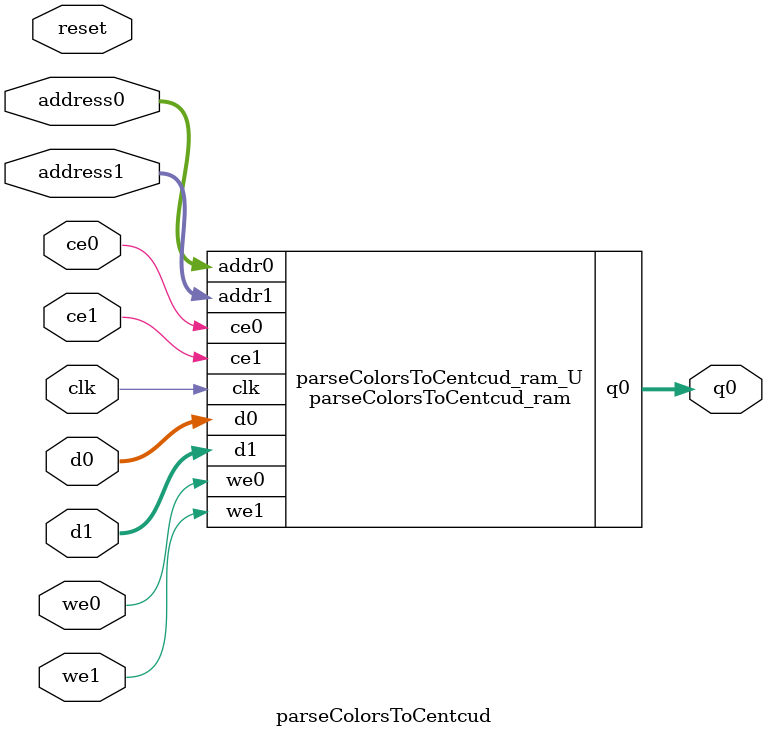
<source format=v>

`timescale 1 ns / 1 ps
module parseColorsToCentcud_ram (addr0, ce0, d0, we0, q0, addr1, ce1, d1, we1,  clk);

parameter DWIDTH = 32;
parameter AWIDTH = 3;
parameter MEM_SIZE = 8;

input[AWIDTH-1:0] addr0;
input ce0;
input[DWIDTH-1:0] d0;
input we0;
output reg[DWIDTH-1:0] q0;
input[AWIDTH-1:0] addr1;
input ce1;
input[DWIDTH-1:0] d1;
input we1;
input clk;

(* ram_style = "block" *)reg [DWIDTH-1:0] ram[0:MEM_SIZE-1];




always @(posedge clk)  
begin 
    if (ce0) 
    begin
        if (we0) 
        begin 
            ram[addr0] <= d0; 
            q0 <= d0;
        end 
        else 
            q0 <= ram[addr0];
    end
end


always @(posedge clk)  
begin 
    if (ce1) 
    begin
        if (we1) 
        begin 
            ram[addr1] <= d1; 
        end 
    end
end


endmodule


`timescale 1 ns / 1 ps
module parseColorsToCentcud(
    reset,
    clk,
    address0,
    ce0,
    we0,
    d0,
    q0,
    address1,
    ce1,
    we1,
    d1);

parameter DataWidth = 32'd32;
parameter AddressRange = 32'd8;
parameter AddressWidth = 32'd3;
input reset;
input clk;
input[AddressWidth - 1:0] address0;
input ce0;
input we0;
input[DataWidth - 1:0] d0;
output[DataWidth - 1:0] q0;
input[AddressWidth - 1:0] address1;
input ce1;
input we1;
input[DataWidth - 1:0] d1;



parseColorsToCentcud_ram parseColorsToCentcud_ram_U(
    .clk( clk ),
    .addr0( address0 ),
    .ce0( ce0 ),
    .d0( d0 ),
    .we0( we0 ),
    .q0( q0 ),
    .addr1( address1 ),
    .ce1( ce1 ),
    .d1( d1 ),
    .we1( we1 ));

endmodule


</source>
